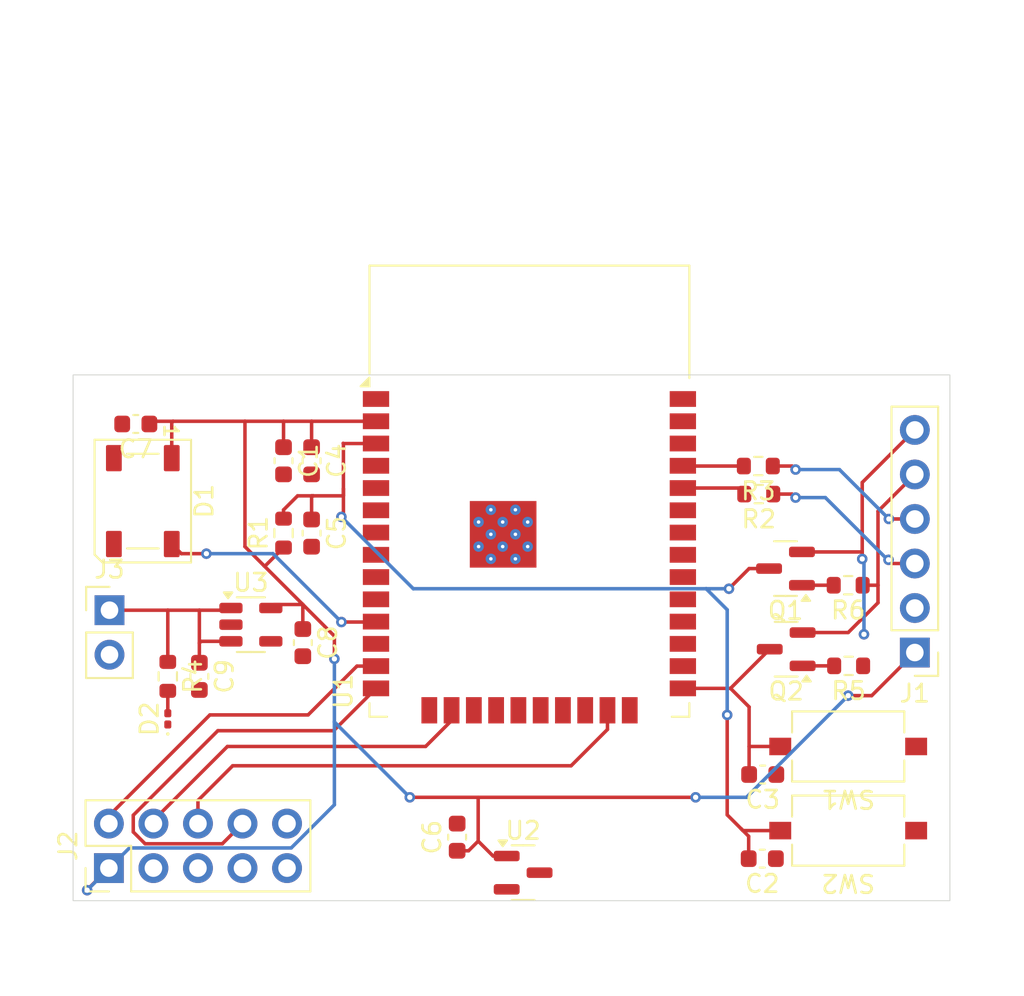
<source format=kicad_pcb>
(kicad_pcb (version 20240108) (generator "pcbnew") (generator_version "8.0")
  (layers (0 "F.Cu" signal) (31 "B.Cu" signal) (34 "B.Paste" user) (35 "F.Paste" user) (36 "B.SilkS" user "B.Silkscreen") (37 "F.SilkS" user "F.Silkscreen") (38 "B.Mask" user) (39 "F.Mask" user) (44 "Edge.Cuts" user))
  (net 0 "")
  (net 1 "VDD")
  (net 2 "GND")
  (net 3 "/EN")
  (net 4 "/IO0")
  (net 5 "+BATT")
  (net 7 "/RXD0")
  (net 14 "/TXD0")
  (net 29 "/MTCK")
  (net 32 "/IO26")
  (net 33 "Net-(D2-A)")
  (net 38 "/TXD")
  (net 39 "/RTS")
  (net 40 "/RXD")
  (net 41 "/DTR")
  (net 42 "/MTDI")
  (net 43 "/MTMS")
  (net 44 "/MTDO")
  (net 45 "Net-(Q1-B)")
  (net 46 "Net-(Q2-B)")
  (net 47 "/IO25")
  (footprint "Package_TO_SOT_SMD:SOT-23" (layer "F.Cu") (at 157.6625 58.85 180)
    (property "Reference" "Q2" (at 0 -2.4 0) (layer "F.SilkS"))
    (property "Value" "SS8050")
    (fp_line (start 0 1.56) (end 0.65 1.56) (stroke (width 0.12)) (layer "F.SilkS"))
    (fp_line (start 0 1.56) (end -0.65 1.56) (stroke (width 0.12)) (layer "F.SilkS"))
    (fp_line (start 0 -1.56) (end 0.65 -1.56) (stroke (width 0.12)) (layer "F.SilkS"))
    (fp_line (start 0 -1.56) (end -0.65 -1.56) (stroke (width 0.12)) (layer "F.SilkS"))
    (fp_poly (pts (xy -1.1625 -1.51) (xy -1.4025 -1.84) (xy -0.9225 -1.84) (xy -1.1625 -1.51)) (stroke (width 0.12)) (fill solid) (layer "F.SilkS"))
    (pad "1" smd roundrect (at -0.9375 -0.95 180) (size 1.475 0.6) (layers "F.Cu" "F.Paste" "F.Mask") (net 46 "Net-(Q2-B)"))
    (pad "2" smd roundrect (at -0.9375 0.95 180) (size 1.475 0.6) (layers "F.Cu" "F.Paste" "F.Mask") (net 41 "/DTR"))
    (pad "3" smd roundrect (at 0.9375 0 180) (size 1.475 0.6) (layers "F.Cu" "F.Paste" "F.Mask") (net 4 "/IO0"))
  )
  (footprint "Resistor_SMD:R_0603_1608Metric" (layer "F.Cu") (at 122.4 60.4 -90)
    (property "Reference" "R4" (at 0 -1.43 -90) (layer "F.SilkS"))
    (property "Value" "2k(5%)")
    (fp_line (start -0.237258 0.5225) (end 0.237258 0.5225) (stroke (width 0.12)) (layer "F.SilkS"))
    (fp_line (start -0.237258 -0.5225) (end 0.237258 -0.5225) (stroke (width 0.12)) (layer "F.SilkS"))
    (pad "1" smd roundrect (at -0.825 0 270) (size 0.8 0.95) (layers "F.Cu" "F.Paste" "F.Mask") (net 5 "+BATT"))
    (pad "2" smd roundrect (at 0.825 0 270) (size 0.8 0.95) (layers "F.Cu" "F.Paste" "F.Mask") (net 33 "Net-(D2-A)"))
  )
  (footprint "LED_SMD:LED_WS2812B_PLCC4_5.0x5.0mm_P3.2mm" (layer "F.Cu") (at 120.975 50.4 -90)
    (property "Reference" "D1" (at 0 -3.5 90) (layer "F.SilkS"))
    (property "Value" "WS2812B")
    (fp_line (start -3.5 2.75) (end 3.05 2.75) (stroke (width 0.12)) (layer "F.SilkS"))
    (fp_line (start 3.05 2.75) (end 3.5 2.3) (stroke (width 0.12)) (layer "F.SilkS"))
    (fp_line (start 3.5 2.3) (end 3.5 -2.75) (stroke (width 0.12)) (layer "F.SilkS"))
    (fp_line (start -2.7 0.9) (end -2.7 -0.9) (stroke (width 0.12)) (layer "F.SilkS"))
    (fp_line (start 2.7 0.9) (end 2.7 -0.9) (stroke (width 0.12)) (layer "F.SilkS"))
    (fp_line (start -3.5 -2.75) (end -3.5 2.75) (stroke (width 0.12)) (layer "F.SilkS"))
    (fp_line (start -3.5 -2.75) (end 3.5 -2.75) (stroke (width 0.12)) (layer "F.SilkS"))
    (fp_text user "1" (at -4 -1.6 -90) (layer "F.SilkS") (effects (font (size 0.8 0.8))))
    (pad "1" smd roundrect (at -2.45 -1.65 270) (size 1.5 0.9) (layers "F.Cu" "F.Paste" "F.Mask") (roundrect_rratio 0.1) (net 1 "VDD"))
    (pad "2" smd roundrect (at -2.45 1.65 270) (size 1.5 0.9) (layers "F.Cu" "F.Paste" "F.Mask") (roundrect_rratio 0.1))
    (pad "3" smd roundrect (at 2.45 1.65 270) (size 1.5 0.9) (layers "F.Cu" "F.Paste" "F.Mask") (roundrect_rratio 0.1) (net 2 "GND"))
    (pad "4" smd roundrect (at 2.45 -1.65 270) (size 1.5 0.9) (layers "F.Cu" "F.Paste" "F.Mask") (roundrect_rratio 0.1) (net 32 "/IO26"))
  )
  (footprint "Capacitor_SMD:C_0603_1608Metric" (layer "F.Cu") (at 156.3 70.8 180)
    (property "Reference" "C2" (at 0 -1.43 0) (layer "F.SilkS"))
    (property "Value" "0.1uF")
    (fp_line (start -0.14058 0.51) (end 0.14058 0.51) (stroke (width 0.12)) (layer "F.SilkS"))
    (fp_line (start -0.14058 -0.51) (end 0.14058 -0.51) (stroke (width 0.12)) (layer "F.SilkS"))
    (pad "1" smd roundrect (at -0.775 0 180) (size 0.9 0.95) (layers "F.Cu" "F.Paste" "F.Mask") (net 2 "GND"))
    (pad "2" smd roundrect (at 0.775 0 180) (size 0.9 0.95) (layers "F.Cu" "F.Paste" "F.Mask") (net 3 "/EN"))
  )
  (footprint "RF_Module:ESP32-WROOM-32D" (layer "F.Cu") (at 143.0225 52.825)
    (property "Reference" "U1" (at -10.61 8.43 90) (layer "F.SilkS"))
    (property "Value" "ESP32-WROOM-32D")
    (fp_line (start -9.12 -15.86) (end -9.12 -9.7) (stroke (width 0.12)) (layer "F.SilkS"))
    (fp_line (start -9.12 -15.86) (end 9.12 -15.86) (stroke (width 0.12)) (layer "F.SilkS"))
    (fp_line (start -9.12 9.1) (end -9.12 9.88) (stroke (width 0.12)) (layer "F.SilkS"))
    (fp_line (start -9.12 9.88) (end -8.12 9.88) (stroke (width 0.12)) (layer "F.SilkS"))
    (fp_line (start 9.12 -15.86) (end 9.12 -9.445) (stroke (width 0.12)) (layer "F.SilkS"))
    (fp_line (start 9.12 9.1) (end 9.12 9.88) (stroke (width 0.12)) (layer "F.SilkS"))
    (fp_line (start 9.12 9.88) (end 8.12 9.88) (stroke (width 0.12)) (layer "F.SilkS"))
    (fp_poly (pts (xy -9.125 -8.975) (xy -9.625 -8.975) (xy -9.125 -9.475) (xy -9.125 -8.975)) (stroke (width 0.12)) (fill solid) (layer "F.SilkS"))
    (pad "1" smd rect (at -8.75 -8.25) (size 1.5 0.9) (layers "F.Cu" "F.Paste" "F.Mask") (net 2 "GND"))
    (pad "2" smd rect (at -8.75 -6.98) (size 1.5 0.9) (layers "F.Cu" "F.Paste" "F.Mask") (net 1 "VDD"))
    (pad "3" smd rect (at -8.75 -5.71) (size 1.5 0.9) (layers "F.Cu" "F.Paste" "F.Mask") (net 3 "/EN"))
    (pad "4" smd rect (at -8.75 -4.44) (size 1.5 0.9) (layers "F.Cu" "F.Paste" "F.Mask"))
    (pad "5" smd rect (at -8.75 -3.17) (size 1.5 0.9) (layers "F.Cu" "F.Paste" "F.Mask"))
    (pad "6" smd rect (at -8.75 -1.9) (size 1.5 0.9) (layers "F.Cu" "F.Paste" "F.Mask"))
    (pad "7" smd rect (at -8.75 -0.63) (size 1.5 0.9) (layers "F.Cu" "F.Paste" "F.Mask"))
    (pad "8" smd rect (at -8.75 0.64) (size 1.5 0.9) (layers "F.Cu" "F.Paste" "F.Mask"))
    (pad "9" smd rect (at -8.75 1.91) (size 1.5 0.9) (layers "F.Cu" "F.Paste" "F.Mask"))
    (pad "10" smd rect (at -8.75 3.18) (size 1.5 0.9) (layers "F.Cu" "F.Paste" "F.Mask") (net 47 "/IO25"))
    (pad "11" smd rect (at -8.75 4.45) (size 1.5 0.9) (layers "F.Cu" "F.Paste" "F.Mask") (net 32 "/IO26"))
    (pad "12" smd rect (at -8.75 5.72) (size 1.5 0.9) (layers "F.Cu" "F.Paste" "F.Mask"))
    (pad "13" smd rect (at -8.75 6.99) (size 1.5 0.9) (layers "F.Cu" "F.Paste" "F.Mask") (net 43 "/MTMS"))
    (pad "14" smd rect (at -8.75 8.26) (size 1.5 0.9) (layers "F.Cu" "F.Paste" "F.Mask") (net 42 "/MTDI"))
    (pad "15" smd rect (at -5.71 9.51 90) (size 1.5 0.9) (layers "F.Cu" "F.Paste" "F.Mask") (net 2 "GND"))
    (pad "16" smd rect (at -4.44 9.51 90) (size 1.5 0.9) (layers "F.Cu" "F.Paste" "F.Mask") (net 29 "/MTCK"))
    (pad "17" smd rect (at -3.17 9.51 90) (size 1.5 0.9) (layers "F.Cu" "F.Paste" "F.Mask"))
    (pad "18" smd rect (at -1.9 9.51 90) (size 1.5 0.9) (layers "F.Cu" "F.Paste" "F.Mask"))
    (pad "19" smd rect (at -0.63 9.51 90) (size 1.5 0.9) (layers "F.Cu" "F.Paste" "F.Mask"))
    (pad "20" smd rect (at 0.64 9.51 90) (size 1.5 0.9) (layers "F.Cu" "F.Paste" "F.Mask"))
    (pad "21" smd rect (at 1.91 9.51 90) (size 1.5 0.9) (layers "F.Cu" "F.Paste" "F.Mask"))
    (pad "22" smd rect (at 3.18 9.51 90) (size 1.5 0.9) (layers "F.Cu" "F.Paste" "F.Mask"))
    (pad "23" smd rect (at 4.45 9.51 90) (size 1.5 0.9) (layers "F.Cu" "F.Paste" "F.Mask") (net 44 "/MTDO"))
    (pad "24" smd rect (at 5.72 9.51 90) (size 1.5 0.9) (layers "F.Cu" "F.Paste" "F.Mask"))
    (pad "25" smd rect (at 8.75 8.26) (size 1.5 0.9) (layers "F.Cu" "F.Paste" "F.Mask") (net 4 "/IO0"))
    (pad "26" smd rect (at 8.75 6.99) (size 1.5 0.9) (layers "F.Cu" "F.Paste" "F.Mask"))
    (pad "27" smd rect (at 8.75 5.72) (size 1.5 0.9) (layers "F.Cu" "F.Paste" "F.Mask"))
    (pad "28" smd rect (at 8.75 4.45) (size 1.5 0.9) (layers "F.Cu" "F.Paste" "F.Mask"))
    (pad "29" smd rect (at 8.75 3.18) (size 1.5 0.9) (layers "F.Cu" "F.Paste" "F.Mask"))
    (pad "30" smd rect (at 8.75 1.91) (size 1.5 0.9) (layers "F.Cu" "F.Paste" "F.Mask"))
    (pad "31" smd rect (at 8.75 0.64) (size 1.5 0.9) (layers "F.Cu" "F.Paste" "F.Mask"))
    (pad "32" smd rect (at 8.75 -0.63) (size 1.5 0.9) (layers "F.Cu" "F.Paste" "F.Mask"))
    (pad "33" smd rect (at 8.75 -1.9) (size 1.5 0.9) (layers "F.Cu" "F.Paste" "F.Mask"))
    (pad "34" smd rect (at 8.75 -3.17) (size 1.5 0.9) (layers "F.Cu" "F.Paste" "F.Mask") (net 7 "/RXD0"))
    (pad "35" smd rect (at 8.75 -4.44) (size 1.5 0.9) (layers "F.Cu" "F.Paste" "F.Mask") (net 14 "/TXD0"))
    (pad "36" smd rect (at 8.75 -5.71) (size 1.5 0.9) (layers "F.Cu" "F.Paste" "F.Mask"))
    (pad "37" smd rect (at 8.75 -6.98) (size 1.5 0.9) (layers "F.Cu" "F.Paste" "F.Mask"))
    (pad "38" smd rect (at 8.75 -8.25) (size 1.5 0.9) (layers "F.Cu" "F.Paste" "F.Mask") (net 2 "GND"))
    (pad "39" smd rect (at -2.9 -1.93) (size 0.9 0.9) (layers "F.Cu" "F.Paste") (net 2 "GND"))
    (pad "39" thru_hole circle (at -2.9 -1.23) (size 0.6 0.6) (drill 0.2) (property pad_prop_heatsink) (layers "*.Cu" "F.Mask") (net 2 "GND"))
    (pad "39" smd rect (at -2.9 -0.53) (size 0.9 0.9) (layers "F.Cu" "F.Paste") (net 2 "GND"))
    (pad "39" thru_hole circle (at -2.9 0.17) (size 0.6 0.6) (drill 0.2) (property pad_prop_heatsink) (layers "*.Cu" "F.Mask") (net 2 "GND"))
    (pad "39" smd rect (at -2.9 0.87) (size 0.9 0.9) (layers "F.Cu" "F.Paste") (net 2 "GND"))
    (pad "39" thru_hole circle (at -2.2 -1.93) (size 0.6 0.6) (drill 0.2) (property pad_prop_heatsink) (layers "*.Cu" "F.Mask") (net 2 "GND"))
    (pad "39" thru_hole circle (at -2.2 -0.53) (size 0.6 0.6) (drill 0.2) (property pad_prop_heatsink) (layers "*.Cu" "F.Mask") (net 2 "GND"))
    (pad "39" thru_hole circle (at -2.2 0.87) (size 0.6 0.6) (drill 0.2) (property pad_prop_heatsink) (layers "*.Cu" "F.Mask") (net 2 "GND"))
    (pad "39" thru_hole circle (at -1.525 -1.23) (size 0.6 0.6) (drill 0.2) (property pad_prop_heatsink) (layers "*.Cu" "F.Mask") (net 2 "GND"))
    (pad "39" thru_hole circle (at -1.525 0.17) (size 0.6 0.6) (drill 0.2) (property pad_prop_heatsink) (layers "*.Cu" "F.Mask") (net 2 "GND"))
    (pad "39" smd rect (at -1.5 -1.93) (size 0.9 0.9) (layers "F.Cu" "F.Paste") (net 2 "GND"))
    (pad "39" smd rect (at -1.5 -0.53) (size 0.9 0.9) (layers "F.Cu" "F.Paste") (net 2 "GND"))
    (pad "39" smd rect (at -1.5 -0.53) (size 3.8 3.8) (layers "F.Cu" "F.Mask") (net 2 "GND"))
    (pad "39" smd rect (at -1.5 0.87) (size 0.9 0.9) (layers "F.Cu" "F.Paste") (net 2 "GND"))
    (pad "39" thru_hole circle (at -0.8 -1.93) (size 0.6 0.6) (drill 0.2) (property pad_prop_heatsink) (layers "*.Cu" "F.Mask") (net 2 "GND"))
    (pad "39" thru_hole circle (at -0.8 -0.53) (size 0.6 0.6) (drill 0.2) (property pad_prop_heatsink) (layers "*.Cu" "F.Mask") (net 2 "GND"))
    (pad "39" thru_hole circle (at -0.8 0.87) (size 0.6 0.6) (drill 0.2) (property pad_prop_heatsink) (layers "*.Cu" "F.Mask") (net 2 "GND"))
    (pad "39" smd rect (at -0.1 -1.93) (size 0.9 0.9) (layers "F.Cu" "F.Paste") (net 2 "GND"))
    (pad "39" thru_hole circle (at -0.1 -1.23) (size 0.6 0.6) (drill 0.2) (property pad_prop_heatsink) (layers "*.Cu" "F.Mask") (net 2 "GND"))
    (pad "39" smd rect (at -0.1 -0.53) (size 0.9 0.9) (layers "F.Cu" "F.Paste") (net 2 "GND"))
    (pad "39" thru_hole circle (at -0.1 0.17) (size 0.6 0.6) (drill 0.2) (property pad_prop_heatsink) (layers "*.Cu" "F.Mask") (net 2 "GND"))
    (pad "39" smd rect (at -0.1 0.87) (size 0.9 0.9) (layers "F.Cu" "F.Paste") (net 2 "GND"))
  )
  (footprint "Package_TO_SOT_SMD:SOT-23" (layer "F.Cu") (at 157.625 54.25 180)
    (property "Reference" "Q1" (at 0 -2.4 0) (layer "F.SilkS"))
    (property "Value" "SS8050")
    (fp_line (start 0 1.56) (end 0.65 1.56) (stroke (width 0.12)) (layer "F.SilkS"))
    (fp_line (start 0 1.56) (end -0.65 1.56) (stroke (width 0.12)) (layer "F.SilkS"))
    (fp_line (start 0 -1.56) (end 0.65 -1.56) (stroke (width 0.12)) (layer "F.SilkS"))
    (fp_line (start 0 -1.56) (end -0.65 -1.56) (stroke (width 0.12)) (layer "F.SilkS"))
    (fp_poly (pts (xy -1.1625 -1.51) (xy -1.4025 -1.84) (xy -0.9225 -1.84) (xy -1.1625 -1.51)) (stroke (width 0.12)) (fill solid) (layer "F.SilkS"))
    (pad "1" smd roundrect (at -0.9375 -0.95 180) (size 1.475 0.6) (layers "F.Cu" "F.Paste" "F.Mask") (net 45 "Net-(Q1-B)"))
    (pad "2" smd roundrect (at -0.9375 0.95 180) (size 1.475 0.6) (layers "F.Cu" "F.Paste" "F.Mask") (net 39 "/RTS"))
    (pad "3" smd roundrect (at 0.9375 0 180) (size 1.475 0.6) (layers "F.Cu" "F.Paste" "F.Mask") (net 3 "/EN"))
  )
  (footprint "Package_TO_SOT_SMD:SOT-23-5" (layer "F.Cu") (at 127.1375 57.45)
    (property "Reference" "U3" (at 0 -2.4 0) (layer "F.SilkS"))
    (property "Value" "TLV75733PDBV")
    (fp_line (start 0 -1.56) (end -0.8 -1.56) (stroke (width 0.12)) (layer "F.SilkS"))
    (fp_line (start 0 -1.56) (end 0.8 -1.56) (stroke (width 0.12)) (layer "F.SilkS"))
    (fp_line (start 0 1.56) (end -0.8 1.56) (stroke (width 0.12)) (layer "F.SilkS"))
    (fp_line (start 0 1.56) (end 0.8 1.56) (stroke (width 0.12)) (layer "F.SilkS"))
    (fp_poly (pts (xy -1.3 -1.51) (xy -1.54 -1.84) (xy -1.06 -1.84) (xy -1.3 -1.51)) (stroke (width 0.12)) (fill solid) (layer "F.SilkS"))
    (pad "1" smd roundrect (at -1.1375 -0.95) (size 1.325 0.6) (layers "F.Cu" "F.Paste" "F.Mask") (net 5 "+BATT"))
    (pad "2" smd roundrect (at -1.1375 0) (size 1.325 0.6) (layers "F.Cu" "F.Paste" "F.Mask") (net 2 "GND"))
    (pad "3" smd roundrect (at -1.1375 0.95) (size 1.325 0.6) (layers "F.Cu" "F.Paste" "F.Mask") (net 5 "+BATT"))
    (pad "4" smd roundrect (at 1.1375 0.95) (size 1.325 0.6) (layers "F.Cu" "F.Paste" "F.Mask"))
    (pad "5" smd roundrect (at 1.1375 -0.95) (size 1.325 0.6) (layers "F.Cu" "F.Paste" "F.Mask") (net 1 "VDD"))
  )
  (footprint "Button_Switch_SMD:SW_Tactile_SPST_NO_Straight_CK_PTS636Sx25SMTRLFS" (layer "F.Cu") (at 161.2 69.2 180)
    (property "Reference" "SW2" (at 0 -3 180) (layer "F.SilkS"))
    (property "Value" "SW_Push")
    (fp_line (start 3.2 2) (end 3.2 0.8) (stroke (width 0.12)) (layer "F.SilkS"))
    (fp_line (start 3.2 -0.8) (end 3.2 -2) (stroke (width 0.12)) (layer "F.SilkS"))
    (fp_line (start 3.2 -2) (end -3.2 -2) (stroke (width 0.12)) (layer "F.SilkS"))
    (fp_line (start -3.2 2) (end 3.2 2) (stroke (width 0.12)) (layer "F.SilkS"))
    (fp_line (start -3.2 0.8) (end -3.2 2) (stroke (width 0.12)) (layer "F.SilkS"))
    (fp_line (start -3.2 -2) (end -3.2 -0.8) (stroke (width 0.12)) (layer "F.SilkS"))
    (pad "1" smd rect (at -3.875 0 180) (size 1.25 1) (layers "F.Cu" "F.Paste" "F.Mask") (net 2 "GND"))
    (pad "2" smd rect (at 3.875 0 180) (size 1.25 1) (layers "F.Cu" "F.Paste" "F.Mask") (net 3 "/EN"))
  )
  (footprint "Capacitor_SMD:C_0603_1608Metric" (layer "F.Cu") (at 130.6 52.225 -90)
    (property "Reference" "C5" (at 0 -1.43 -90) (layer "F.SilkS"))
    (property "Value" "0.1uF/50V(10%)")
    (fp_line (start -0.14058 0.51) (end 0.14058 0.51) (stroke (width 0.12)) (layer "F.SilkS"))
    (fp_line (start -0.14058 -0.51) (end 0.14058 -0.51) (stroke (width 0.12)) (layer "F.SilkS"))
    (pad "1" smd roundrect (at -0.775 0 270) (size 0.9 0.95) (layers "F.Cu" "F.Paste" "F.Mask") (net 3 "/EN"))
    (pad "2" smd roundrect (at 0.775 0 270) (size 0.9 0.95) (layers "F.Cu" "F.Paste" "F.Mask") (net 2 "GND"))
  )
  (footprint "Resistor_SMD:R_0603_1608Metric" (layer "F.Cu") (at 129 52.225 90)
    (property "Reference" "R1" (at 0 -1.43 90) (layer "F.SilkS"))
    (property "Value" "10K(5%)")
    (fp_line (start -0.237258 -0.5225) (end 0.237258 -0.5225) (stroke (width 0.12)) (layer "F.SilkS"))
    (fp_line (start -0.237258 0.5225) (end 0.237258 0.5225) (stroke (width 0.12)) (layer "F.SilkS"))
    (pad "1" smd roundrect (at -0.825 0 90) (size 0.8 0.95) (layers "F.Cu" "F.Paste" "F.Mask") (net 1 "VDD"))
    (pad "2" smd roundrect (at 0.825 0 90) (size 0.8 0.95) (layers "F.Cu" "F.Paste" "F.Mask") (net 3 "/EN"))
  )
  (footprint "Resistor_SMD:R_0603_1608Metric" (layer "F.Cu") (at 156.1 50 180)
    (property "Reference" "R2" (at 0 -1.43 0) (layer "F.SilkS"))
    (property "Value" "0R (5%)")
    (fp_line (start -0.237258 0.5225) (end 0.237258 0.5225) (stroke (width 0.12)) (layer "F.SilkS"))
    (fp_line (start -0.237258 -0.5225) (end 0.237258 -0.5225) (stroke (width 0.12)) (layer "F.SilkS"))
    (pad "1" smd roundrect (at -0.825 0 180) (size 0.8 0.95) (layers "F.Cu" "F.Paste" "F.Mask") (net 38 "/TXD"))
    (pad "2" smd roundrect (at 0.825 0 180) (size 0.8 0.95) (layers "F.Cu" "F.Paste" "F.Mask") (net 7 "/RXD0"))
  )
  (footprint "Package_TO_SOT_SMD:SOT-23" (layer "F.Cu") (at 142.6625 71.6)
    (property "Reference" "U2" (at 0 -2.4 0) (layer "F.SilkS"))
    (property "Value" "SM353LT")
    (fp_line (start 0 -1.56) (end -0.65 -1.56) (stroke (width 0.12)) (layer "F.SilkS"))
    (fp_line (start 0 -1.56) (end 0.65 -1.56) (stroke (width 0.12)) (layer "F.SilkS"))
    (fp_line (start 0 1.56) (end -0.65 1.56) (stroke (width 0.12)) (layer "F.SilkS"))
    (fp_line (start 0 1.56) (end 0.65 1.56) (stroke (width 0.12)) (layer "F.SilkS"))
    (fp_poly (pts (xy -1.1625 -1.51) (xy -1.4025 -1.84) (xy -0.9225 -1.84) (xy -1.1625 -1.51)) (stroke (width 0.12)) (fill solid) (layer "F.SilkS"))
    (pad "1" smd roundrect (at -0.9375 -0.95) (size 1.475 0.6) (layers "F.Cu" "F.Paste" "F.Mask") (net 1 "VDD"))
    (pad "2" smd roundrect (at -0.9375 0.95) (size 1.475 0.6) (layers "F.Cu" "F.Paste" "F.Mask") (net 47 "/IO25"))
    (pad "3" smd roundrect (at 0.9375 0) (size 1.475 0.6) (layers "F.Cu" "F.Paste" "F.Mask") (net 2 "GND"))
  )
  (footprint "Connector_PinHeader_2.54mm:PinHeader_2x05_P2.54mm_Vertical" (layer "F.Cu") (at 119.04 71.34 90)
    (property "Reference" "J2" (at 1.27 -2.33 90) (layer "F.SilkS"))
    (property "Value" "Conn_02x05_Odd_Even")
    (fp_line (start 3.87 -1.33) (end 3.87 11.49) (stroke (width 0.12)) (layer "F.SilkS"))
    (fp_line (start 1.27 -1.33) (end 3.87 -1.33) (stroke (width 0.12)) (layer "F.SilkS"))
    (fp_line (start -1.33 -1.33) (end 0 -1.33) (stroke (width 0.12)) (layer "F.SilkS"))
    (fp_line (start -1.33 0) (end -1.33 -1.33) (stroke (width 0.12)) (layer "F.SilkS"))
    (fp_line (start 1.27 1.27) (end 1.27 -1.33) (stroke (width 0.12)) (layer "F.SilkS"))
    (fp_line (start -1.33 1.27) (end 1.27 1.27) (stroke (width 0.12)) (layer "F.SilkS"))
    (fp_line (start -1.33 1.27) (end -1.33 11.49) (stroke (width 0.12)) (layer "F.SilkS"))
    (fp_line (start -1.33 11.49) (end 3.87 11.49) (stroke (width 0.12)) (layer "F.SilkS"))
    (pad "1" thru_hole rect (at 0 0 90) (size 1.7 1.7) (drill 1) (layers "*.Cu" "*.Mask") (net 1 "VDD"))
    (pad "2" thru_hole oval (at 2.54 0 90) (size 1.7 1.7) (drill 1) (layers "*.Cu" "*.Mask") (net 43 "/MTMS"))
    (pad "3" thru_hole oval (at 0 2.54 90) (size 1.7 1.7) (drill 1) (layers "*.Cu" "*.Mask") (net 2 "GND"))
    (pad "4" thru_hole oval (at 2.54 2.54 90) (size 1.7 1.7) (drill 1) (layers "*.Cu" "*.Mask") (net 29 "/MTCK"))
    (pad "5" thru_hole oval (at 0 5.08 90) (size 1.7 1.7) (drill 1) (layers "*.Cu" "*.Mask") (net 2 "GND"))
    (pad "6" thru_hole oval (at 2.54 5.08 90) (size 1.7 1.7) (drill 1) (layers "*.Cu" "*.Mask") (net 44 "/MTDO"))
    (pad "7" thru_hole oval (at 0 7.62 90) (size 1.7 1.7) (drill 1) (layers "*.Cu" "*.Mask"))
    (pad "8" thru_hole oval (at 2.54 7.62 90) (size 1.7 1.7) (drill 1) (layers "*.Cu" "*.Mask") (net 42 "/MTDI"))
    (pad "9" thru_hole oval (at 0 10.16 90) (size 1.7 1.7) (drill 1) (layers "*.Cu" "*.Mask") (net 2 "GND"))
    (pad "10" thru_hole oval (at 2.54 10.16 90) (size 1.7 1.7) (drill 1) (layers "*.Cu" "*.Mask"))
  )
  (footprint "Connector_PinHeader_2.54mm:PinHeader_1x02_P2.54mm_Vertical" (layer "F.Cu") (at 119.075 56.625)
    (property "Reference" "J3" (at 0 -2.33 0) (layer "F.SilkS"))
    (property "Value" "Conn_01x02_Pin")
    (fp_line (start -1.33 -1.33) (end 0 -1.33) (stroke (width 0.12)) (layer "F.SilkS"))
    (fp_line (start -1.33 0) (end -1.33 -1.33) (stroke (width 0.12)) (layer "F.SilkS"))
    (fp_line (start -1.33 1.27) (end -1.33 3.87) (stroke (width 0.12)) (layer "F.SilkS"))
    (fp_line (start -1.33 1.27) (end 1.33 1.27) (stroke (width 0.12)) (layer "F.SilkS"))
    (fp_line (start -1.33 3.87) (end 1.33 3.87) (stroke (width 0.12)) (layer "F.SilkS"))
    (fp_line (start 1.33 1.27) (end 1.33 3.87) (stroke (width 0.12)) (layer "F.SilkS"))
    (pad "1" thru_hole rect (at 0 0) (size 1.7 1.7) (drill 1) (layers "*.Cu" "*.Mask") (net 5 "+BATT"))
    (pad "2" thru_hole oval (at 0 2.54) (size 1.7 1.7) (drill 1) (layers "*.Cu" "*.Mask") (net 2 "GND"))
  )
  (footprint "LED_SMD:LED_0201_0603Metric" (layer "F.Cu") (at 122.4 62.825 90)
    (property "Reference" "D2" (at 0 -1.05 90) (layer "F.SilkS"))
    (property "Value" "LED")
    (fp_circle (center -0.86 0) (end -0.81 0) (stroke (width 0.1)) (fill none) (layer "F.SilkS"))
    (pad "1" smd roundrect (at -0.32 0 90) (size 0.46 0.4) (layers "F.Cu" "F.Mask") (net 2 "GND"))
    (pad "2" smd roundrect (at 0.32 0 90) (size 0.46 0.4) (layers "F.Cu" "F.Mask") (net 33 "Net-(D2-A)"))
  )
  (footprint "Resistor_SMD:R_0603_1608Metric" (layer "F.Cu") (at 156.075 48.4 180)
    (property "Reference" "R3" (at 0 -1.43 0) (layer "F.SilkS"))
    (property "Value" "0R (5%)")
    (fp_line (start -0.237258 0.5225) (end 0.237258 0.5225) (stroke (width 0.12)) (layer "F.SilkS"))
    (fp_line (start -0.237258 -0.5225) (end 0.237258 -0.5225) (stroke (width 0.12)) (layer "F.SilkS"))
    (pad "1" smd roundrect (at -0.825 0 180) (size 0.8 0.95) (layers "F.Cu" "F.Paste" "F.Mask") (net 40 "/RXD"))
    (pad "2" smd roundrect (at 0.825 0 180) (size 0.8 0.95) (layers "F.Cu" "F.Paste" "F.Mask") (net 14 "/TXD0"))
  )
  (footprint "Capacitor_SMD:C_0603_1608Metric" (layer "F.Cu") (at 138.9 69.575 90)
    (property "Reference" "C6" (at 0 -1.43 90) (layer "F.SilkS"))
    (property "Value" "0.1uF/50V(10%)")
    (fp_line (start -0.14058 -0.51) (end 0.14058 -0.51) (stroke (width 0.12)) (layer "F.SilkS"))
    (fp_line (start -0.14058 0.51) (end 0.14058 0.51) (stroke (width 0.12)) (layer "F.SilkS"))
    (pad "1" smd roundrect (at -0.775 0 90) (size 0.9 0.95) (layers "F.Cu" "F.Paste" "F.Mask") (net 1 "VDD"))
    (pad "2" smd roundrect (at 0.775 0 90) (size 0.9 0.95) (layers "F.Cu" "F.Paste" "F.Mask") (net 2 "GND"))
  )
  (footprint "Capacitor_SMD:C_0603_1608Metric" (layer "F.Cu") (at 130.6 48.1 -90)
    (property "Reference" "C4" (at 0 -1.43 90) (layer "F.SilkS"))
    (property "Value" "0.1uF/50V(10%)")
    (fp_line (start -0.14058 0.51) (end 0.14058 0.51) (stroke (width 0.12)) (layer "F.SilkS"))
    (fp_line (start -0.14058 -0.51) (end 0.14058 -0.51) (stroke (width 0.12)) (layer "F.SilkS"))
    (pad "1" smd roundrect (at -0.775 0 270) (size 0.9 0.95) (layers "F.Cu" "F.Paste" "F.Mask") (net 1 "VDD"))
    (pad "2" smd roundrect (at 0.775 0 270) (size 0.9 0.95) (layers "F.Cu" "F.Paste" "F.Mask") (net 2 "GND"))
  )
  (footprint "Resistor_SMD:R_0603_1608Metric" (layer "F.Cu") (at 161.225 59.8 180)
    (property "Reference" "R5" (at 0 -1.43 180) (layer "F.SilkS"))
    (property "Value" "10K (5%)")
    (fp_line (start -0.237258 0.5225) (end 0.237258 0.5225) (stroke (width 0.12)) (layer "F.SilkS"))
    (fp_line (start -0.237258 -0.5225) (end 0.237258 -0.5225) (stroke (width 0.12)) (layer "F.SilkS"))
    (pad "1" smd roundrect (at -0.825 0 180) (size 0.8 0.95) (layers "F.Cu" "F.Paste" "F.Mask") (net 39 "/RTS"))
    (pad "2" smd roundrect (at 0.825 0 180) (size 0.8 0.95) (layers "F.Cu" "F.Paste" "F.Mask") (net 46 "Net-(Q2-B)"))
  )
  (footprint "Capacitor_SMD:C_0603_1608Metric" (layer "F.Cu") (at 120.575 46 180)
    (property "Reference" "C7" (at 0 -1.43 180) (layer "F.SilkS"))
    (property "Value" "C")
    (fp_line (start -0.14058 0.51) (end 0.14058 0.51) (stroke (width 0.12)) (layer "F.SilkS"))
    (fp_line (start -0.14058 -0.51) (end 0.14058 -0.51) (stroke (width 0.12)) (layer "F.SilkS"))
    (pad "1" smd roundrect (at -0.775 0 180) (size 0.9 0.95) (layers "F.Cu" "F.Paste" "F.Mask") (net 1 "VDD"))
    (pad "2" smd roundrect (at 0.775 0 180) (size 0.9 0.95) (layers "F.Cu" "F.Paste" "F.Mask") (net 2 "GND"))
  )
  (footprint "Connector_PinHeader_2.54mm:PinHeader_1x06_P2.54mm_Vertical" (layer "F.Cu") (at 165 59.04 180)
    (property "Reference" "J1" (at 0 -2.33 0) (layer "F.SilkS"))
    (property "Value" "Conn_01x06_Pin")
    (fp_line (start 1.33 1.27) (end 1.33 14.03) (stroke (width 0.12)) (layer "F.SilkS"))
    (fp_line (start -1.33 14.03) (end 1.33 14.03) (stroke (width 0.12)) (layer "F.SilkS"))
    (fp_line (start -1.33 1.27) (end 1.33 1.27) (stroke (width 0.12)) (layer "F.SilkS"))
    (fp_line (start -1.33 1.27) (end -1.33 14.03) (stroke (width 0.12)) (layer "F.SilkS"))
    (fp_line (start -1.33 0) (end -1.33 -1.33) (stroke (width 0.12)) (layer "F.SilkS"))
    (fp_line (start -1.33 -1.33) (end 0 -1.33) (stroke (width 0.12)) (layer "F.SilkS"))
    (pad "1" thru_hole rect (at 0 0 180) (size 1.7 1.7) (drill 1) (layers "*.Cu" "*.Mask") (net 1 "VDD"))
    (pad "2" thru_hole oval (at 0 2.54 180) (size 1.7 1.7) (drill 1) (layers "*.Cu" "*.Mask") (net 2 "GND"))
    (pad "3" thru_hole oval (at 0 5.08 180) (size 1.7 1.7) (drill 1) (layers "*.Cu" "*.Mask") (net 38 "/TXD"))
    (pad "4" thru_hole oval (at 0 7.62 180) (size 1.7 1.7) (drill 1) (layers "*.Cu" "*.Mask") (net 40 "/RXD"))
    (pad "5" thru_hole oval (at 0 10.16 180) (size 1.7 1.7) (drill 1) (layers "*.Cu" "*.Mask") (net 41 "/DTR"))
    (pad "6" thru_hole oval (at 0 12.7 180) (size 1.7 1.7) (drill 1) (layers "*.Cu" "*.Mask") (net 39 "/RTS"))
  )
  (footprint "Capacitor_SMD:C_0603_1608Metric" (layer "F.Cu") (at 156.325 66 180)
    (property "Reference" "C3" (at 0 -1.43 0) (layer "F.SilkS"))
    (property "Value" "0.1uF")
    (fp_line (start -0.14058 0.51) (end 0.14058 0.51) (stroke (width 0.12)) (layer "F.SilkS"))
    (fp_line (start -0.14058 -0.51) (end 0.14058 -0.51) (stroke (width 0.12)) (layer "F.SilkS"))
    (pad "1" smd roundrect (at -0.775 0 180) (size 0.9 0.95) (layers "F.Cu" "F.Paste" "F.Mask") (net 2 "GND"))
    (pad "2" smd roundrect (at 0.775 0 180) (size 0.9 0.95) (layers "F.Cu" "F.Paste" "F.Mask") (net 4 "/IO0"))
  )
  (footprint "Button_Switch_SMD:SW_Tactile_SPST_NO_Straight_CK_PTS636Sx25SMTRLFS" (layer "F.Cu") (at 161.2 64.4 180)
    (property "Reference" "SW1" (at 0 -3 180) (layer "F.SilkS"))
    (property "Value" "SW_Push")
    (fp_line (start 3.2 2) (end 3.2 0.8) (stroke (width 0.12)) (layer "F.SilkS"))
    (fp_line (start 3.2 -0.8) (end 3.2 -2) (stroke (width 0.12)) (layer "F.SilkS"))
    (fp_line (start 3.2 -2) (end -3.2 -2) (stroke (width 0.12)) (layer "F.SilkS"))
    (fp_line (start -3.2 2) (end 3.2 2) (stroke (width 0.12)) (layer "F.SilkS"))
    (fp_line (start -3.2 0.8) (end -3.2 2) (stroke (width 0.12)) (layer "F.SilkS"))
    (fp_line (start -3.2 -2) (end -3.2 -0.8) (stroke (width 0.12)) (layer "F.SilkS"))
    (pad "1" smd rect (at -3.875 0 180) (size 1.25 1) (layers "F.Cu" "F.Paste" "F.Mask") (net 2 "GND"))
    (pad "2" smd rect (at 3.875 0 180) (size 1.25 1) (layers "F.Cu" "F.Paste" "F.Mask") (net 4 "/IO0"))
  )
  (footprint "Capacitor_SMD:C_0603_1608Metric" (layer "F.Cu") (at 124.2 60.4 -90)
    (property "Reference" "C9" (at 0 -1.43 -90) (layer "F.SilkS"))
    (property "Value" "1uF")
    (fp_line (start -0.14058 0.51) (end 0.14058 0.51) (stroke (width 0.12)) (layer "F.SilkS"))
    (fp_line (start -0.14058 -0.51) (end 0.14058 -0.51) (stroke (width 0.12)) (layer "F.SilkS"))
    (pad "1" smd roundrect (at -0.775 0 270) (size 0.9 0.95) (layers "F.Cu" "F.Paste" "F.Mask") (net 5 "+BATT"))
    (pad "2" smd roundrect (at 0.775 0 270) (size 0.9 0.95) (layers "F.Cu" "F.Paste" "F.Mask") (net 2 "GND"))
  )
  (footprint "Resistor_SMD:R_0603_1608Metric" (layer "F.Cu") (at 161.2 55.2 180)
    (property "Reference" "R6" (at 0 -1.43 180) (layer "F.SilkS"))
    (property "Value" "10K (5%)")
    (fp_line (start -0.237258 0.5225) (end 0.237258 0.5225) (stroke (width 0.12)) (layer "F.SilkS"))
    (fp_line (start -0.237258 -0.5225) (end 0.237258 -0.5225) (stroke (width 0.12)) (layer "F.SilkS"))
    (pad "1" smd roundrect (at -0.825 0 180) (size 0.8 0.95) (layers "F.Cu" "F.Paste" "F.Mask") (net 41 "/DTR"))
    (pad "2" smd roundrect (at 0.825 0 180) (size 0.8 0.95) (layers "F.Cu" "F.Paste" "F.Mask") (net 45 "Net-(Q1-B)"))
  )
  (footprint "Capacitor_SMD:C_0603_1608Metric" (layer "F.Cu") (at 129 48.1 -90)
    (property "Reference" "C1" (at 0 -1.43 90) (layer "F.SilkS"))
    (property "Value" "22uF/10V(20%)")
    (fp_line (start -0.14058 0.51) (end 0.14058 0.51) (stroke (width 0.12)) (layer "F.SilkS"))
    (fp_line (start -0.14058 -0.51) (end 0.14058 -0.51) (stroke (width 0.12)) (layer "F.SilkS"))
    (pad "1" smd roundrect (at -0.775 0 270) (size 0.9 0.95) (layers "F.Cu" "F.Paste" "F.Mask") (net 1 "VDD"))
    (pad "2" smd roundrect (at 0.775 0 270) (size 0.9 0.95) (layers "F.Cu" "F.Paste" "F.Mask") (net 2 "GND"))
  )
  (footprint "Capacitor_SMD:C_0603_1608Metric" (layer "F.Cu") (at 130.1 58.475 -90)
    (property "Reference" "C8" (at 0 -1.43 -90) (layer "F.SilkS"))
    (property "Value" "1uF")
    (fp_line (start -0.14058 0.51) (end 0.14058 0.51) (stroke (width 0.12)) (layer "F.SilkS"))
    (fp_line (start -0.14058 -0.51) (end 0.14058 -0.51) (stroke (width 0.12)) (layer "F.SilkS"))
    (pad "1" smd roundrect (at -0.775 0 270) (size 0.9 0.95) (layers "F.Cu" "F.Paste" "F.Mask") (net 1 "VDD"))
    (pad "2" smd roundrect (at 0.775 0 270) (size 0.9 0.95) (layers "F.Cu" "F.Paste" "F.Mask") (net 2 "GND"))
  )
  (gr_rect (start 117 43.2) (end 167 73.2) (stroke (width 0.05)) (fill none) (layer "Edge.Cuts"))
  (segment (start 122.7 45.845) (end 121.505 45.845) (width 0.2) (layer "F.Cu") (net 1))
  (segment (start 129 45.845) (end 126.8 45.845) (width 0.2) (layer "F.Cu") (net 1))
  (segment (start 127.9 54.1) (end 130.05 56.25) (width 0.2) (layer "F.Cu") (net 1))
  (segment (start 126.8 45.845) (end 122.7 45.845) (width 0.2) (layer "F.Cu") (net 1))
  (segment (start 129 47.325) (end 129 45.845) (width 0.2) (layer "F.Cu") (net 1))
  (segment (start 127.95 54.1) (end 129 53.05) (width 0.2) (layer "F.Cu") (net 1))
  (segment (start 126.8 45.845) (end 126.8 53) (width 0.2) (layer "F.Cu") (net 1))
  (segment (start 140.1 69.8) (end 140.1 67.3) (width 0.2) (layer "F.Cu") (net 1))
  (segment (start 119.04 71.34) (end 117.8 72.58) (width 0.2) (layer "F.Cu") (net 1))
  (segment (start 128.475 56.3) (end 128.275 56.5) (width 0.2) (layer "F.Cu") (net 1))
  (segment (start 130.1 56.3) (end 128.475 56.3) (width 0.2) (layer "F.Cu") (net 1))
  (segment (start 127.9 54.1) (end 127.95 54.1) (width 0.2) (layer "F.Cu") (net 1))
  (segment (start 130.1 56.3) (end 131.9 58.1) (width 0.2) (layer "F.Cu") (net 1))
  (segment (start 136.2 67.3) (end 140.1 67.3) (width 0.2) (layer "F.Cu") (net 1))
  (segment (start 139.55 70.35) (end 138.9 70.35) (width 0.2) (layer "F.Cu") (net 1))
  (segment (start 140.1 69.8) (end 140.95 70.65) (width 0.2) (layer "F.Cu") (net 1))
  (segment (start 152.5 67.3) (end 140.1 67.3) (width 0.2) (layer "F.Cu") (net 1))
  (segment (start 165 59.04) (end 162.54 61.5) (width 0.2) (layer "F.Cu") (net 1))
  (segment (start 130.1 56.3) (end 130.1 57.7) (width 0.2) (layer "F.Cu") (net 1))
  (segment (start 117.8 72.58) (end 117.8 72.6) (width 0.2) (layer "F.Cu") (net 1))
  (segment (start 121.505 45.845) (end 121.35 46) (width 0.2) (layer "F.Cu") (net 1))
  (segment (start 130.6 47.325) (end 130.6 45.845) (width 0.2) (layer "F.Cu") (net 1))
  (segment (start 140.95 70.65) (end 141.725 70.65) (width 0.2) (layer "F.Cu") (net 1))
  (segment (start 134.2725 45.845) (end 130.6 45.845) (width 0.2) (layer "F.Cu") (net 1))
  (segment (start 131.9 58.1) (end 131.9 59.4) (width 0.2) (layer "F.Cu") (net 1))
  (segment (start 130.6 45.845) (end 129 45.845) (width 0.2) (layer "F.Cu") (net 1))
  (segment (start 122.625 45.92) (end 122.7 45.845) (width 0.2) (layer "F.Cu") (net 1))
  (segment (start 122.625 47.95) (end 122.625 45.92) (width 0.2) (layer "F.Cu") (net 1))
  (segment (start 140.1 69.8) (end 139.55 70.35) (width 0.2) (layer "F.Cu") (net 1))
  (segment (start 162.54 61.5) (end 161.2 61.5) (width 0.2) (layer "F.Cu") (net 1))
  (segment (start 126.8 53) (end 127.9 54.1) (width 0.2) (layer "F.Cu") (net 1))
  (segment (start 130.05 56.25) (end 130.1 56.3) (width 0.2) (layer "F.Cu") (net 1))
  (via (at 152.5 67.3) (size 0.6) (drill 0.3) (layers "F.Cu" "B.Cu") (net 1))
  (via (at 161.2 61.5) (size 0.6) (drill 0.3) (layers "F.Cu" "B.Cu") (net 1))
  (via (at 131.9 59.4) (size 0.6) (drill 0.3) (layers "F.Cu" "B.Cu") (net 1))
  (via (at 117.8 72.6) (size 0.6) (drill 0.3) (layers "F.Cu" "B.Cu") (net 1))
  (via (at 136.2 67.3) (size 0.6) (drill 0.3) (layers "F.Cu" "B.Cu") (net 1))
  (segment (start 120.21 70.19) (end 129.436346 70.19) (width 0.2) (layer "B.Cu") (net 1))
  (segment (start 129.436346 70.19) (end 131.9 67.726346) (width 0.2) (layer "B.Cu") (net 1))
  (segment (start 152.5 67.3) (end 155.4 67.3) (width 0.2) (layer "B.Cu") (net 1))
  (segment (start 131.9 59.4) (end 131.9 63) (width 0.2) (layer "B.Cu") (net 1))
  (segment (start 117.8 72.6) (end 120.21 70.19) (width 0.2) (layer "B.Cu") (net 1))
  (segment (start 131.9 63) (end 136.2 67.3) (width 0.2) (layer "B.Cu") (net 1))
  (segment (start 155.4 67.3) (end 161.2 61.5) (width 0.2) (layer "B.Cu") (net 1))
  (segment (start 131.9 67.726346) (end 131.9 63) (width 0.2) (layer "B.Cu") (net 1))
  (segment (start 132.415 51.185) (end 132.415 49.7) (width 0.2) (layer "F.Cu") (net 3))
  (segment (start 155.1 69.1) (end 155.2 69.2) (width 0.2) (layer "F.Cu") (net 3))
  (segment (start 130.7 50.1) (end 129.8 50.1) (width 0.2) (layer "F.Cu") (net 3))
  (segment (start 154.4 55.4) (end 155.55 54.25) (width 0.2) (layer "F.Cu") (net 3))
  (segment (start 130.7 50.1) (end 130.6 50.1) (width 0.2) (layer "F.Cu") (net 3))
  (segment (start 154.3 68.3) (end 155.1 69.1) (width 0.2) (layer "F.Cu") (net 3))
  (segment (start 129.8 50.1) (end 129 50.9) (width 0.2) (layer "F.Cu") (net 3))
  (segment (start 155.2 69.2) (end 157.325 69.2) (width 0.2) (layer "F.Cu") (net 3))
  (segment (start 132.4 50.1) (end 130.7 50.1) (width 0.2) (layer "F.Cu") (net 3))
  (segment (start 130.6 50.1) (end 130.6 51.45) (width 0.2) (layer "F.Cu") (net 3))
  (segment (start 134.2725 47.115) (end 132.415 47.115) (width 0.2) (layer "F.Cu") (net 3))
  (segment (start 132.415 47.115) (end 132.4 47.1) (width 0.2) (layer "F.Cu") (net 3))
  (segment (start 154.3 62.6) (end 154.3 68.3) (width 0.2) (layer "F.Cu") (net 3))
  (segment (start 155.525 69.525) (end 155.1 69.1) (width 0.2) (layer "F.Cu") (net 3))
  (segment (start 132.3 51.3) (end 132.415 51.185) (width 0.2) (layer "F.Cu") (net 3))
  (segment (start 132.415 50.085) (end 132.4 50.1) (width 0.2) (layer "F.Cu") (net 3))
  (segment (start 132.415 47.115) (end 132.415 49.7) (width 0.2) (layer "F.Cu") (net 3))
  (segment (start 132.415 49.7) (end 132.415 50.085) (width 0.2) (layer "F.Cu") (net 3))
  (segment (start 155.525 70.8) (end 155.525 69.525) (width 0.2) (layer "F.Cu") (net 3))
  (segment (start 129 50.9) (end 129 51.4) (width 0.2) (layer "F.Cu") (net 3))
  (segment (start 155.55 54.25) (end 156.6875 54.25) (width 0.2) (layer "F.Cu") (net 3))
  (via (at 154.3 62.6) (size 0.6) (drill 0.3) (layers "F.Cu" "B.Cu") (net 3))
  (via (at 154.4 55.4) (size 0.6) (drill 0.3) (layers "F.Cu" "B.Cu") (net 3))
  (via (at 132.3 51.3) (size 0.6) (drill 0.3) (layers "F.Cu" "B.Cu") (net 3))
  (segment (start 154.3 56.6) (end 153.1 55.4) (width 0.2) (layer "B.Cu") (net 3))
  (segment (start 132.3 51.3) (end 136.4 55.4) (width 0.2) (layer "B.Cu") (net 3))
  (segment (start 136.4 55.4) (end 153.1 55.4) (width 0.2) (layer "B.Cu") (net 3))
  (segment (start 154.3 62.6) (end 154.3 56.6) (width 0.2) (layer "B.Cu") (net 3))
  (segment (start 153.1 55.4) (end 154.4 55.4) (width 0.2) (layer "B.Cu") (net 3))
  (segment (start 154.49 61.085) (end 151.7725 61.085) (width 0.2) (layer "F.Cu") (net 4))
  (segment (start 155.55 64.4) (end 155.55 62.145) (width 0.2) (layer "F.Cu") (net 4))
  (segment (start 155.55 62.145) (end 154.49 61.085) (width 0.2) (layer "F.Cu") (net 4))
  (segment (start 157.325 64.4) (end 155.55 64.4) (width 0.2) (layer "F.Cu") (net 4))
  (segment (start 155.55 66) (end 155.55 64.4) (width 0.2) (layer "F.Cu") (net 4))
  (segment (start 156.725 58.85) (end 154.49 61.085) (width 0.2) (layer "F.Cu") (net 4))
  (segment (start 124.2 59.625) (end 124.2 58.5) (width 0.2) (layer "F.Cu") (net 5))
  (segment (start 122.4 59.575) (end 122.4 56.625) (width 0.2) (layer "F.Cu") (net 5))
  (segment (start 125.875 56.625) (end 126 56.5) (width 0.2) (layer "F.Cu") (net 5))
  (segment (start 119.075 56.625) (end 122.4 56.625) (width 0.2) (layer "F.Cu") (net 5))
  (segment (start 122.4 56.625) (end 124.2 56.625) (width 0.2) (layer "F.Cu") (net 5))
  (segment (start 124.2 56.625) (end 125.875 56.625) (width 0.2) (layer "F.Cu") (net 5))
  (segment (start 124.2 58.5) (end 124.2 56.625) (width 0.2) (layer "F.Cu") (net 5))
  (segment (start 126 58.4) (end 124.3 58.4) (width 0.2) (layer "F.Cu") (net 5))
  (segment (start 124.3 58.4) (end 124.2 58.5) (width 0.2) (layer "F.Cu") (net 5))
  (segment (start 154.93 49.655) (end 155.275 50) (width 0.2) (layer "F.Cu") (net 7))
  (segment (start 151.7725 49.655) (end 154.93 49.655) (width 0.2) (layer "F.Cu") (net 7))
  (segment (start 151.7875 48.4) (end 151.7725 48.385) (width 0.2) (layer "F.Cu") (net 14))
  (segment (start 155.235 48.385) (end 155.25 48.4) (width 0.2) (layer "F.Cu") (net 14))
  (segment (start 155.25 48.4) (end 151.7875 48.4) (width 0.2) (layer "F.Cu") (net 14))
  (segment (start 138.5825 62.9175) (end 138.5825 62.335) (width 0.2) (layer "F.Cu") (net 29))
  (segment (start 121.58 68.8) (end 121.58 68.62) (width 0.2) (layer "F.Cu") (net 29))
  (segment (start 125.8 64.4) (end 137.1 64.4) (width 0.2) (layer "F.Cu") (net 29))
  (segment (start 137.1 64.4) (end 138.5825 62.9175) (width 0.2) (layer "F.Cu") (net 29))
  (segment (start 121.58 68.62) (end 125.8 64.4) (width 0.2) (layer "F.Cu") (net 29))
  (segment (start 122.625 52.85) (end 123.175 53.4) (width 0.2) (layer "F.Cu") (net 32))
  (segment (start 123.175 53.4) (end 124.6 53.4) (width 0.2) (layer "F.Cu") (net 32))
  (segment (start 132.3 57.3) (end 134.2475 57.3) (width 0.2) (layer "F.Cu") (net 32))
  (segment (start 134.2475 57.3) (end 134.2725 57.275) (width 0.2) (layer "F.Cu") (net 32))
  (via (at 132.3 57.3) (size 0.6) (drill 0.3) (layers "F.Cu" "B.Cu") (net 32))
  (via (at 124.6 53.4) (size 0.6) (drill 0.3) (layers "F.Cu" "B.Cu") (net 32))
  (segment (start 124.6 53.4) (end 128.4 53.4) (width 0.2) (layer "B.Cu") (net 32))
  (segment (start 128.4 53.4) (end 132.3 57.3) (width 0.2) (layer "B.Cu") (net 32))
  (segment (start 122.4 62.505) (end 122.4 61.225) (width 0.2) (layer "F.Cu") (net 33))
  (segment (start 163.71 53.96) (end 165 53.96) (width 0.2) (layer "F.Cu") (net 38))
  (segment (start 163.5 53.75) (end 163.71 53.96) (width 0.2) (layer "F.Cu") (net 38))
  (segment (start 158 50) (end 158.2 50.2) (width 0.2) (layer "F.Cu") (net 38))
  (segment (start 156.925 50) (end 158 50) (width 0.2) (layer "F.Cu") (net 38))
  (via (at 158.2 50.2) (size 0.6) (drill 0.3) (layers "F.Cu" "B.Cu") (net 38))
  (via (at 163.5 53.75) (size 0.6) (drill 0.3) (layers "F.Cu" "B.Cu") (net 38))
  (segment (start 163.45 53.75) (end 159.9 50.2) (width 0.2) (layer "B.Cu") (net 38))
  (segment (start 159.9 50.2) (end 158.2 50.2) (width 0.2) (layer "B.Cu") (net 38))
  (segment (start 163.5 53.75) (end 163.45 53.75) (width 0.2) (layer "B.Cu") (net 38))
  (segment (start 158.5625 53.3) (end 162 53.3) (width 0.2) (layer "F.Cu") (net 39))
  (segment (start 162 53.7) (end 162 53.3) (width 0.2) (layer "F.Cu") (net 39))
  (segment (start 162 53.3) (end 162 49.34) (width 0.2) (layer "F.Cu") (net 39))
  (segment (start 162 49.34) (end 165 46.34) (width 0.2) (layer "F.Cu") (net 39))
  (via (at 162 53.7) (size 0.6) (drill 0.3) (layers "F.Cu" "B.Cu") (net 39))
  (via (at 162.1 58) (size 0.6) (drill 0.3) (layers "F.Cu" "B.Cu") (net 39))
  (segment (start 162.1 53.8) (end 162 53.7) (width 0.2) (layer "B.Cu") (net 39))
  (segment (start 162.1 58) (end 162.1 53.8) (width 0.2) (layer "B.Cu") (net 39))
  (segment (start 158 48.4) (end 158.2 48.6) (width 0.2) (layer "F.Cu") (net 40))
  (segment (start 163.52 51.42) (end 163.5 51.4) (width 0.2) (layer "F.Cu") (net 40))
  (segment (start 156.9 48.4) (end 158 48.4) (width 0.2) (layer "F.Cu") (net 40))
  (segment (start 165 51.42) (end 163.52 51.42) (width 0.2) (layer "F.Cu") (net 40))
  (via (at 163.52 51.42) (size 0.6) (drill 0.3) (layers "F.Cu" "B.Cu") (net 40))
  (via (at 158.2 48.6) (size 0.6) (drill 0.3) (layers "F.Cu" "B.Cu") (net 40))
  (segment (start 160.7 48.6) (end 158.2 48.6) (width 0.2) (layer "B.Cu") (net 40))
  (segment (start 163.52 51.42) (end 160.7 48.6) (width 0.2) (layer "B.Cu") (net 40))
  (segment (start 161.2 57.9) (end 158.6 57.9) (width 0.2) (layer "F.Cu") (net 41))
  (segment (start 162.9 50.98) (end 162.9 55.2) (width 0.2) (layer "F.Cu") (net 41))
  (segment (start 162.9 55.2) (end 162.9 56.2) (width 0.2) (layer "F.Cu") (net 41))
  (segment (start 162.025 55.2) (end 162.9 55.2) (width 0.2) (layer "F.Cu") (net 41))
  (segment (start 165 48.88) (end 162.9 50.98) (width 0.2) (layer "F.Cu") (net 41))
  (segment (start 162.9 56.2) (end 161.2 57.9) (width 0.2) (layer "F.Cu") (net 41))
  (segment (start 121.103654 69.95) (end 120.43 69.276346) (width 0.2) (layer "F.Cu") (net 42))
  (segment (start 125.253654 63.5) (end 131.8575 63.5) (width 0.2) (layer "F.Cu") (net 42))
  (segment (start 125.51 69.95) (end 121.103654 69.95) (width 0.2) (layer "F.Cu") (net 42))
  (segment (start 126.66 68.8) (end 125.51 69.95) (width 0.2) (layer "F.Cu") (net 42))
  (segment (start 120.43 69.276346) (end 120.43 68.323654) (width 0.2) (layer "F.Cu") (net 42))
  (segment (start 131.8575 63.5) (end 134.2725 61.085) (width 0.2) (layer "F.Cu") (net 42))
  (segment (start 120.43 68.323654) (end 125.253654 63.5) (width 0.2) (layer "F.Cu") (net 42))
  (segment (start 119.04 68.36) (end 124.8 62.6) (width 0.2) (layer "F.Cu") (net 43))
  (segment (start 119.04 68.8) (end 119.04 68.36) (width 0.2) (layer "F.Cu") (net 43))
  (segment (start 133.185 59.815) (end 134.2725 59.815) (width 0.2) (layer "F.Cu") (net 43))
  (segment (start 130.4 62.6) (end 133.185 59.815) (width 0.2) (layer "F.Cu") (net 43))
  (segment (start 124.8 62.6) (end 130.4 62.6) (width 0.2) (layer "F.Cu") (net 43))
  (segment (start 145.4 65.5) (end 147.4725 63.4275) (width 0.2) (layer "F.Cu") (net 44))
  (segment (start 124.12 68.8) (end 124.12 67.48) (width 0.2) (layer "F.Cu") (net 44))
  (segment (start 126.1 65.5) (end 145.4 65.5) (width 0.2) (layer "F.Cu") (net 44))
  (segment (start 124.12 67.48) (end 126.1 65.5) (width 0.2) (layer "F.Cu") (net 44))
  (segment (start 147.4725 63.4275) (end 147.4725 62.335) (width 0.2) (layer "F.Cu") (net 44))
  (segment (start 160.375 55.2) (end 158.5625 55.2) (width 0.2) (layer "F.Cu") (net 45))
  (segment (start 160.4 59.8) (end 158.6 59.8) (width 0.2) (layer "F.Cu") (net 46))
)
</source>
